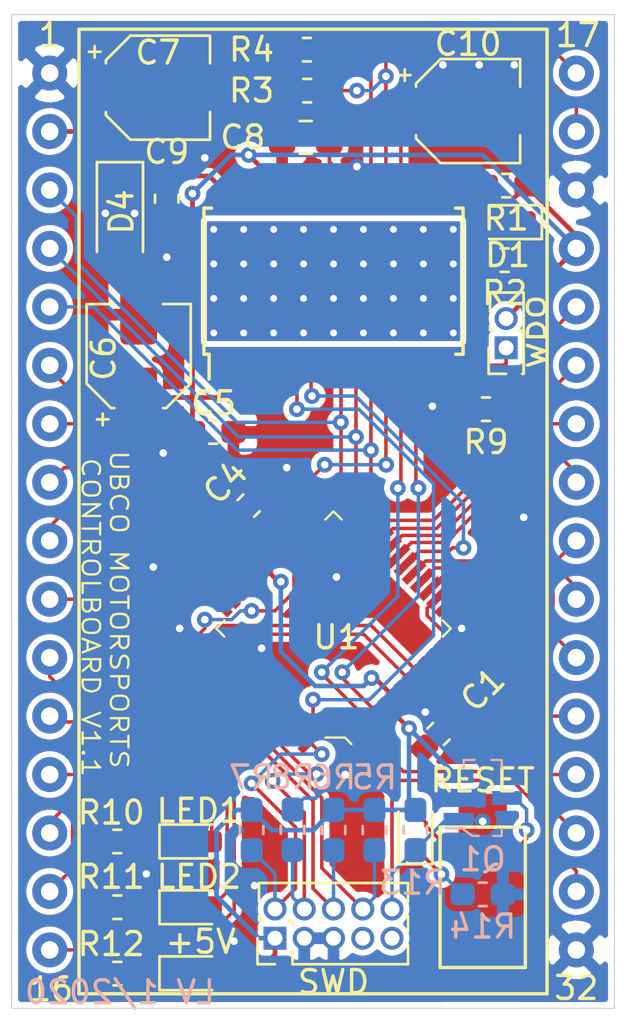
<source format=kicad_pcb>
(kicad_pcb (version 20171130) (host pcbnew "(5.1.4)-1")
  (layers (0 F.Cu signal) (31 B.Cu signal) (36 B.SilkS user) (37 F.SilkS user) (38 B.Mask user) (39 F.Mask user) (44 Edge.Cuts user))
  (net 0 "")
  (net 1 +5V)
  (net 2 GND)
  (net 3 +12V)
  (net 4 SPLIT)
  (net 5 "Net-(C10-Pad1)")
  (net 6 "Net-(D1-Pad1)")
  (net 7 CANH)
  (net 8 CANL)
  (net 9 MOSI)
  (net 10 MISO)
  (net 11 SCK)
  (net 12 SCSN)
  (net 13 I2C_SDA)
  (net 14 I2C_SCL)
  (net 15 PTA0)
  (net 16 PTA1)
  (net 17 PTA2)
  (net 18 PTA3)
  (net 19 PTA11)
  (net 20 PTB4)
  (net 21 PTB5)
  (net 22 PTC1)
  (net 23 PTC2)
  (net 24 PTC3)
  (net 25 PTC14)
  (net 26 PTC15)
  (net 27 PTC16)
  (net 28 PTD0)
  (net 29 PTD1)
  (net 30 PTD2)
  (net 31 PTD3)
  (net 32 PTD16)
  (net 33 SWDIO)
  (net 34 SWDCLK)
  (net 35 SWO)
  (net 36 TDI)
  (net 37 RESET)
  (net 38 LIMP)
  (net 39 WD_OFF)
  (net 40 CAN_RX)
  (net 41 CAN_TX)
  (net 42 SBC_INTN)
  (net 43 PTA7)
  (net 44 PTA12)
  (net 45 "Net-(D2-Pad1)")
  (net 46 PTA13)
  (net 47 "Net-(D3-Pad1)")
  (net 48 PTB13)
  (net 49 "Net-(D5-Pad1)")
  (net 50 "Net-(D6-Pad2)")
  (net 51 "Net-(D6-Pad1)")
  (module Lukas_Library:Breadboard_Center_32pin (layer F.Cu) (at 119.634 76.2)
    (fp_text reference J1 hide)
    (fp_text value "Main Header")
    (pad 32 thru_hole circle (at 22.86 38.1) (size 1.524 1.524) (drill 0.762) (layers *.Cu *.Mask) (net 2 GND))
    (pad 31 thru_hole circle (at 22.86 35.56) (size 1.524 1.524) (drill 0.762) (layers *.Cu *.Mask) (net 29 PTD1))
    (pad 30 thru_hole circle (at 22.86 33.02) (size 1.524 1.524) (drill 0.762) (layers *.Cu *.Mask) (net 28 PTD0))
    (pad 29 thru_hole circle (at 22.86 30.48) (size 1.524 1.524) (drill 0.762) (layers *.Cu *.Mask) (net 32 PTD16))
    (pad 28 thru_hole circle (at 22.86 27.94) (size 1.524 1.524) (drill 0.762) (layers *.Cu *.Mask) (net 21 PTB5))
    (pad 27 thru_hole circle (at 22.86 25.4) (size 1.524 1.524) (drill 0.762) (layers *.Cu *.Mask) (net 20 PTB4))
    (pad 26 thru_hole circle (at 22.86 22.86) (size 1.524 1.524) (drill 0.762) (layers *.Cu *.Mask) (net 24 PTC3))
    (pad 25 thru_hole circle (at 22.86 20.32) (size 1.524 1.524) (drill 0.762) (layers *.Cu *.Mask) (net 23 PTC2))
    (pad 24 thru_hole circle (at 22.86 17.78) (size 1.524 1.524) (drill 0.762) (layers *.Cu *.Mask) (net 22 PTC1))
    (pad 23 thru_hole circle (at 22.86 15.24) (size 1.524 1.524) (drill 0.762) (layers *.Cu *.Mask) (net 27 PTC16))
    (pad 22 thru_hole circle (at 22.86 12.7) (size 1.524 1.524) (drill 0.762) (layers *.Cu *.Mask) (net 26 PTC15))
    (pad 21 thru_hole circle (at 22.86 10.16) (size 1.524 1.524) (drill 0.762) (layers *.Cu *.Mask) (net 25 PTC14))
    (pad 20 thru_hole circle (at 22.86 7.62) (size 1.524 1.524) (drill 0.762) (layers *.Cu *.Mask) (net 1 +5V))
    (pad 19 thru_hole circle (at 22.86 5.08) (size 1.524 1.524) (drill 0.762) (layers *.Cu *.Mask) (net 2 GND))
    (pad 18 thru_hole circle (at 22.86 2.54) (size 1.524 1.524) (drill 0.762) (layers *.Cu *.Mask) (net 7 CANH))
    (pad 17 thru_hole circle (at 22.86 0) (size 1.524 1.524) (drill 0.762) (layers *.Cu *.Mask) (net 8 CANL))
    (pad 16 thru_hole circle (at 0 38.1) (size 1.524 1.524) (drill 0.762) (layers *.Cu *.Mask) (net 19 PTA11))
    (pad 15 thru_hole circle (at 0 35.56) (size 1.524 1.524) (drill 0.762) (layers *.Cu *.Mask) (net 15 PTA0))
    (pad 14 thru_hole circle (at 0 33.02) (size 1.524 1.524) (drill 0.762) (layers *.Cu *.Mask) (net 16 PTA1))
    (pad 13 thru_hole circle (at 0 30.48) (size 1.524 1.524) (drill 0.762) (layers *.Cu *.Mask) (net 14 I2C_SCL))
    (pad 12 thru_hole circle (at 0 27.94) (size 1.524 1.524) (drill 0.762) (layers *.Cu *.Mask) (net 13 I2C_SDA))
    (pad 11 thru_hole circle (at 0 25.4) (size 1.524 1.524) (drill 0.762) (layers *.Cu *.Mask) (net 43 PTA7))
    (pad 10 thru_hole circle (at 0 22.86) (size 1.524 1.524) (drill 0.762) (layers *.Cu *.Mask) (net 17 PTA2))
    (pad 9 thru_hole circle (at 0 20.32) (size 1.524 1.524) (drill 0.762) (layers *.Cu *.Mask) (net 18 PTA3))
    (pad 8 thru_hole circle (at 0 17.78) (size 1.524 1.524) (drill 0.762) (layers *.Cu *.Mask) (net 30 PTD2))
    (pad 7 thru_hole circle (at 0 15.24) (size 1.524 1.524) (drill 0.762) (layers *.Cu *.Mask) (net 31 PTD3))
    (pad 6 thru_hole circle (at 0 12.7) (size 1.524 1.524) (drill 0.762) (layers *.Cu *.Mask) (net 48 PTB13))
    (pad 5 thru_hole circle (at 0 10.16) (size 1.524 1.524) (drill 0.762) (layers *.Cu *.Mask) (net 11 SCK))
    (pad 4 thru_hole circle (at 0 7.62) (size 1.524 1.524) (drill 0.762) (layers *.Cu *.Mask) (net 10 MISO))
    (pad 3 thru_hole circle (at 0 5.08) (size 1.524 1.524) (drill 0.762) (layers *.Cu *.Mask) (net 9 MOSI))
    (pad 2 thru_hole circle (at 0 2.54) (size 1.524 1.524) (drill 0.762) (layers *.Cu *.Mask) (net 3 +12V))
    (pad 1 thru_hole circle (at 0 0) (size 1.524 1.524) (drill 0.762) (layers *.Cu *.Mask) (net 2 GND))
  )
  (module "Lukas_Library:PTS636 SK25F SMTR LFS" (layer F.Cu) (at 138.43 112.014 270)
    (fp_text reference S1 hide)
    (fp_text value RESET)
    (pad 1 smd rect (at -3.3 0 270) (size 2.4 2.1) (layers F.Cu F.Paste F.Mask) (net 37 RESET))
    (pad 2 smd rect (at 3.3 0 270) (size 2.4 2.1) (layers F.Cu F.Paste F.Mask) (net 2 GND))
  )
  (module Resistor_SMD:R_0603_1608Metric_Pad1.05x0.95mm_HandSolder (layer B.Cu) (at 138.43 111.887)
    (fp_text reference R14 (at 0 1.397) (layer B.SilkS) (effects (justify mirror)))
    (fp_text value 220)
    (pad 2 smd roundrect (at 0.875 0) (size 1.05 0.95) (layers B.Cu B.Paste B.Mask) (net 2 GND))
    (pad 1 smd roundrect (at -0.875 0) (size 1.05 0.95) (layers B.Cu B.Paste B.Mask) (net 51 "Net-(D6-Pad1)"))
  )
  (module digikey-footprints:SOT-23-3 (layer B.Cu) (at 138.43 107.696)
    (fp_text reference Q1 (at 0 2.667) (layer B.SilkS) (effects (justify mirror)))
    (fp_text value BSS84)
    (pad 1 smd rect (at -1.05 0.95) (size 1.3 0.6) (layers B.Cu B.Paste B.Mask) (net 37 RESET))
    (pad 2 smd rect (at -1.05 -0.95) (size 1.3 0.6) (layers B.Cu B.Paste B.Mask) (net 1 +5V))
    (pad 3 smd rect (at 1.05 0) (size 1.3 0.6) (layers B.Cu B.Paste B.Mask) (net 50 "Net-(D6-Pad2)"))
  )
  (module LED_SMD:LED_0603_1608Metric (layer F.Cu) (at 135.509 109.093 90)
    (fp_text reference D6 hide)
    (fp_text value LEDR)
    (pad 2 smd roundrect (at 0.7875 0 90) (size 0.875 0.95) (layers F.Cu F.Paste F.Mask) (net 50 "Net-(D6-Pad2)"))
    (pad 1 smd roundrect (at -0.7875 0 90) (size 0.875 0.95) (layers F.Cu F.Paste F.Mask) (net 51 "Net-(D6-Pad1)"))
  )
  (module LED_SMD:LED_0603_1608Metric (layer F.Cu) (at 125.8825 115.316)
    (fp_text reference D5 hide)
    (fp_text value LEDG)
    (pad 2 smd roundrect (at 0.7875 0) (size 0.875 0.95) (layers F.Cu F.Paste F.Mask) (net 1 +5V))
    (pad 1 smd roundrect (at -0.7875 0) (size 0.875 0.95) (layers F.Cu F.Paste F.Mask) (net 49 "Net-(D5-Pad1)"))
  )
  (module LED_SMD:LED_0603_1608Metric (layer F.Cu) (at 125.8825 112.4458)
    (fp_text reference D3 hide)
    (fp_text value LEDG)
    (pad 2 smd roundrect (at 0.7875 0) (size 0.875 0.95) (layers F.Cu F.Paste F.Mask) (net 44 PTA12))
    (pad 1 smd roundrect (at -0.7875 0) (size 0.875 0.95) (layers F.Cu F.Paste F.Mask) (net 47 "Net-(D3-Pad1)"))
  )
  (module LED_SMD:LED_0603_1608Metric (layer F.Cu) (at 125.8825 109.5883)
    (fp_text reference D2 hide)
    (fp_text value LEDG)
    (pad 2 smd roundrect (at 0.7875 0) (size 0.875 0.95) (layers F.Cu F.Paste F.Mask) (net 46 PTA13))
    (pad 1 smd roundrect (at -0.7875 0) (size 0.875 0.95) (layers F.Cu F.Paste F.Mask) (net 45 "Net-(D2-Pad1)"))
  )
  (module LED_SMD:LED_0603_1608Metric (layer F.Cu) (at 139.5095 82.677 180)
    (fp_text reference D1 (at 0 -1.43) (layer F.SilkS))
    (fp_text value LEDR)
    (pad 2 smd roundrect (at 0.7875 0 180) (size 0.875 0.95) (layers F.Cu F.Paste F.Mask) (net 1 +5V))
    (pad 1 smd roundrect (at -0.7875 0 180) (size 0.875 0.95) (layers F.Cu F.Paste F.Mask) (net 6 "Net-(D1-Pad1)"))
  )
  (module Resistor_SMD:R_0603_1608Metric_Pad1.05x0.95mm_HandSolder (layer B.Cu) (at 135.509 109.093 270)
    (fp_text reference R13 (at 2.286 0.127) (layer B.SilkS) (effects (justify mirror)))
    (fp_text value 10k)
    (pad 2 smd roundrect (at 0.875 0 270) (size 1.05 0.95) (layers B.Cu B.Paste B.Mask) (net 37 RESET))
    (pad 1 smd roundrect (at -0.875 0 270) (size 1.05 0.95) (layers B.Cu B.Paste B.Mask) (net 1 +5V))
  )
  (module Resistor_SMD:R_0603_1608Metric_Pad1.05x0.95mm_HandSolder (layer F.Cu) (at 122.569 115.330299)
    (fp_text reference R12 (at -0.268 -1.284299) (layer F.SilkS))
    (fp_text value 220)
    (pad 2 smd roundrect (at 0.875 0) (size 1.05 0.95) (layers F.Cu F.Paste F.Mask) (net 49 "Net-(D5-Pad1)"))
    (pad 1 smd roundrect (at -0.875 0) (size 1.05 0.95) (layers F.Cu F.Paste F.Mask) (net 2 GND))
  )
  (module Resistor_SMD:R_0603_1608Metric_Pad1.05x0.95mm_HandSolder (layer F.Cu) (at 122.569 112.4458)
    (fp_text reference R11 (at -0.268 -1.3208) (layer F.SilkS))
    (fp_text value 220)
    (pad 2 smd roundrect (at 0.875 0) (size 1.05 0.95) (layers F.Cu F.Paste F.Mask) (net 47 "Net-(D3-Pad1)"))
    (pad 1 smd roundrect (at -0.875 0) (size 1.05 0.95) (layers F.Cu F.Paste F.Mask) (net 2 GND))
  )
  (module Resistor_SMD:R_0603_1608Metric_Pad1.05x0.95mm_HandSolder (layer F.Cu) (at 122.569 109.5883)
    (fp_text reference R10 (at -0.268 -1.2573) (layer F.SilkS))
    (fp_text value 220)
    (pad 2 smd roundrect (at 0.875 0) (size 1.05 0.95) (layers F.Cu F.Paste F.Mask) (net 45 "Net-(D2-Pad1)"))
    (pad 1 smd roundrect (at -0.875 0) (size 1.05 0.95) (layers F.Cu F.Paste F.Mask) (net 2 GND))
  )
  (module Resistor_SMD:R_0603_1608Metric_Pad1.05x0.95mm_HandSolder (layer F.Cu) (at 138.571 90.805 180)
    (fp_text reference R9 (at 0 -1.43) (layer F.SilkS))
    (fp_text value 1.3k)
    (pad 2 smd roundrect (at 0.875 0 180) (size 1.05 0.95) (layers F.Cu F.Paste F.Mask) (net 2 GND))
    (pad 1 smd roundrect (at -0.875 0 180) (size 1.05 0.95) (layers F.Cu F.Paste F.Mask) (net 39 WD_OFF))
  )
  (module Resistor_SMD:R_0603_1608Metric_Pad1.05x0.95mm_HandSolder (layer B.Cu) (at 130.175 109.079 90)
    (fp_text reference R8 (at 2.272 0 180) (layer B.SilkS) (effects (justify mirror)))
    (fp_text value 10k)
    (pad 2 smd roundrect (at 0.875 0 90) (size 1.05 0.95) (layers B.Cu B.Paste B.Mask) (net 2 GND))
    (pad 1 smd roundrect (at -0.875 0 90) (size 1.05 0.95) (layers B.Cu B.Paste B.Mask) (net 34 SWDCLK))
  )
  (module Resistor_SMD:R_0603_1608Metric_Pad1.05x0.95mm_HandSolder (layer B.Cu) (at 128.397 109.093 270)
    (fp_text reference R7 (at -2.286 0) (layer B.SilkS) (effects (justify mirror)))
    (fp_text value 10k)
    (pad 2 smd roundrect (at 0.875 0 270) (size 1.05 0.95) (layers B.Cu B.Paste B.Mask) (net 33 SWDIO))
    (pad 1 smd roundrect (at -0.875 0 270) (size 1.05 0.95) (layers B.Cu B.Paste B.Mask) (net 1 +5V))
  )
  (module Resistor_SMD:R_0603_1608Metric_Pad1.05x0.95mm_HandSolder (layer B.Cu) (at 131.953 109.093 270)
    (fp_text reference R6 (at -2.286 0 180) (layer B.SilkS) (effects (justify mirror)))
    (fp_text value 10k)
    (pad 2 smd roundrect (at 0.875 0 270) (size 1.05 0.95) (layers B.Cu B.Paste B.Mask) (net 35 SWO))
    (pad 1 smd roundrect (at -0.875 0 270) (size 1.05 0.95) (layers B.Cu B.Paste B.Mask) (net 1 +5V))
  )
  (module Resistor_SMD:R_0603_1608Metric_Pad1.05x0.95mm_HandSolder (layer B.Cu) (at 133.731 109.093 270)
    (fp_text reference R5 (at -2.286 0 180) (layer B.SilkS) (effects (justify mirror)))
    (fp_text value 10k)
    (pad 2 smd roundrect (at 0.875 0 270) (size 1.05 0.95) (layers B.Cu B.Paste B.Mask) (net 36 TDI))
    (pad 1 smd roundrect (at -0.875 0 270) (size 1.05 0.95) (layers B.Cu B.Paste B.Mask) (net 1 +5V))
  )
  (module Resistor_SMD:R_0603_1608Metric_Pad1.05x0.95mm_HandSolder (layer F.Cu) (at 130.796 75.184)
    (fp_text reference R4 (at -2.399 0) (layer F.SilkS))
    (fp_text value 1.3k)
    (pad 2 smd roundrect (at 0.875 0) (size 1.05 0.95) (layers F.Cu F.Paste F.Mask) (net 8 CANL))
    (pad 1 smd roundrect (at -0.875 0) (size 1.05 0.95) (layers F.Cu F.Paste F.Mask) (net 4 SPLIT))
  )
  (module Resistor_SMD:R_0603_1608Metric_Pad1.05x0.95mm_HandSolder (layer F.Cu) (at 130.81 76.962)
    (fp_text reference R3 (at -2.413 0) (layer F.SilkS))
    (fp_text value 1.3k)
    (pad 2 smd roundrect (at 0.875 0) (size 1.05 0.95) (layers F.Cu F.Paste F.Mask) (net 7 CANH))
    (pad 1 smd roundrect (at -0.875 0) (size 1.05 0.95) (layers F.Cu F.Paste F.Mask) (net 4 SPLIT))
  )
  (module Resistor_SMD:R_0603_1608Metric_Pad1.05x0.95mm_HandSolder (layer F.Cu) (at 139.384 84.328 180)
    (fp_text reference R2 (at 0 -1.43) (layer F.SilkS))
    (fp_text value 220)
    (pad 2 smd roundrect (at 0.875 0 180) (size 1.05 0.95) (layers F.Cu F.Paste F.Mask) (net 38 LIMP))
    (pad 1 smd roundrect (at -0.875 0 180) (size 1.05 0.95) (layers F.Cu F.Paste F.Mask) (net 6 "Net-(D1-Pad1)"))
  )
  (module Resistor_SMD:R_0603_1608Metric_Pad1.05x0.95mm_HandSolder (layer F.Cu) (at 139.4475 81.0895 180)
    (fp_text reference R1 (at 0 -1.43) (layer F.SilkS))
    (fp_text value 10k)
    (pad 2 smd roundrect (at 0.875 0 180) (size 1.05 0.95) (layers F.Cu F.Paste F.Mask) (net 38 LIMP))
    (pad 1 smd roundrect (at -0.875 0 180) (size 1.05 0.95) (layers F.Cu F.Paste F.Mask) (net 1 +5V))
  )
  (module Capacitor_SMD:C_0603_1608Metric_Pad1.05x0.95mm_HandSolder (layer F.Cu) (at 124.714 81.661 90)
    (fp_text reference C9 (at 2.032 0 180) (layer F.SilkS))
    (fp_text value 100n)
    (pad 2 smd roundrect (at 0.875 0 90) (size 1.05 0.95) (layers F.Cu F.Paste F.Mask) (net 3 +12V))
    (pad 1 smd roundrect (at -0.875 0 90) (size 1.05 0.95) (layers F.Cu F.Paste F.Mask) (net 2 GND))
  )
  (module Capacitor_SMD:C_0603_1608Metric_Pad1.05x0.95mm_HandSolder (layer F.Cu) (at 126.732 91.7956 180)
    (fp_text reference C5 (at -0.014 1.2446) (layer F.SilkS))
    (fp_text value 100n)
    (pad 2 smd roundrect (at 0.875 0 180) (size 1.05 0.95) (layers F.Cu F.Paste F.Mask) (net 1 +5V))
    (pad 1 smd roundrect (at -0.875 0 180) (size 1.05 0.95) (layers F.Cu F.Paste F.Mask) (net 2 GND))
  )
  (module Capacitor_SMD:C_0603_1608Metric_Pad1.05x0.95mm_HandSolder (layer F.Cu) (at 128.27 94.996 45)
    (fp_text reference C4 (at 0 -1.43 45) (layer F.SilkS))
    (fp_text value 100n)
    (pad 2 smd roundrect (at 0.875 0 45) (size 1.05 0.95) (layers F.Cu F.Paste F.Mask) (net 2 GND))
    (pad 1 smd roundrect (at -0.875 0 45) (size 1.05 0.95) (layers F.Cu F.Paste F.Mask) (net 1 +5V))
  )
  (module Capacitor_SMD:C_0603_1608Metric_Pad1.05x0.95mm_HandSolder (layer F.Cu) (at 136.508718 104.918282 225)
    (fp_text reference C1 (at -2.717103 0 45) (layer F.SilkS))
    (fp_text value 100n)
    (pad 2 smd roundrect (at 0.875 0 225) (size 1.05 0.95) (layers F.Cu F.Paste F.Mask) (net 1 +5V))
    (pad 1 smd roundrect (at -0.875 0 225) (size 1.05 0.95) (layers F.Cu F.Paste F.Mask) (net 2 GND))
  )
  (module Capacitor_SMD:CP_Elec_4x5.4 (layer F.Cu) (at 137.795 77.851)
    (fp_text reference C10 (at 0 -2.921) (layer F.SilkS))
    (fp_text value 10u)
    (pad 2 smd roundrect (at 1.8 0) (size 2.6 1.6) (layers F.Cu F.Paste F.Mask) (roundrect_rratio 0.15625) (net 2 GND))
    (pad 1 smd roundrect (at -1.8 0) (size 2.6 1.6) (layers F.Cu F.Paste F.Mask) (roundrect_rratio 0.15625) (net 5 "Net-(C10-Pad1)"))
  )
  (module Connector_PinHeader_1.27mm:PinHeader_2x01_P1.27mm_Vertical (layer F.Cu) (at 139.446 88.138 90)
    (fp_text reference J3 hide)
    (fp_text value WD_Disable)
    (pad 2 thru_hole oval (at 1.27 0 90) (size 1 1) (drill 0.65) (layers *.Cu *.Mask) (net 1 +5V))
    (pad 1 thru_hole rect (at 0 0 90) (size 1 1) (drill 0.65) (layers *.Cu *.Mask) (net 39 WD_OFF))
  )
  (module Package_SO:HTSSOP-32-1EP_6.1x11mm_P0.65mm_EP5.2x11mm_Mask4.11x4.36mm_ThermalVias (layer F.Cu) (at 131.953 85.2424 90)
    (fp_text reference U2 hide)
    (fp_text value UJA1075A)
    (pad 33 smd rect (at 0 0 90) (size 5.2 11) (layers B.Cu))
    (pad 33 thru_hole circle (at 0.75 5.2 90) (size 0.6 0.6) (drill 0.3) (layers *.Cu))
    (pad 33 thru_hole circle (at 2.25 5.2 90) (size 0.6 0.6) (drill 0.3) (layers *.Cu))
    (pad 33 thru_hole circle (at -2.25 5.2 90) (size 0.6 0.6) (drill 0.3) (layers *.Cu))
    (pad 33 thru_hole circle (at -0.75 5.2 90) (size 0.6 0.6) (drill 0.3) (layers *.Cu))
    (pad 33 thru_hole circle (at 0.75 3.9 90) (size 0.6 0.6) (drill 0.3) (layers *.Cu))
    (pad 33 thru_hole circle (at 0.75 2.6 90) (size 0.6 0.6) (drill 0.3) (layers *.Cu))
    (pad 33 thru_hole circle (at -0.75 2.6 90) (size 0.6 0.6) (drill 0.3) (layers *.Cu))
    (pad 33 thru_hole circle (at -2.25 2.6 90) (size 0.6 0.6) (drill 0.3) (layers *.Cu))
    (pad 33 thru_hole circle (at -0.75 3.9 90) (size 0.6 0.6) (drill 0.3) (layers *.Cu))
    (pad 33 thru_hole circle (at 2.25 3.9 90) (size 0.6 0.6) (drill 0.3) (layers *.Cu))
    (pad 33 thru_hole circle (at -2.25 3.9 90) (size 0.6 0.6) (drill 0.3) (layers *.Cu))
    (pad 33 thru_hole circle (at 2.25 2.6 90) (size 0.6 0.6) (drill 0.3) (layers *.Cu))
    (pad 33 thru_hole circle (at 0.75 1.3 90) (size 0.6 0.6) (drill 0.3) (layers *.Cu))
    (pad 33 thru_hole circle (at 0.75 0 90) (size 0.6 0.6) (drill 0.3) (layers *.Cu))
    (pad 33 thru_hole circle (at -0.75 0 90) (size 0.6 0.6) (drill 0.3) (layers *.Cu))
    (pad 33 thru_hole circle (at -2.25 0 90) (size 0.6 0.6) (drill 0.3) (layers *.Cu))
    (pad 33 thru_hole circle (at -0.75 1.3 90) (size 0.6 0.6) (drill 0.3) (layers *.Cu))
    (pad 33 thru_hole circle (at 2.25 1.3 90) (size 0.6 0.6) (drill 0.3) (layers *.Cu))
    (pad 33 thru_hole circle (at -2.25 1.3 90) (size 0.6 0.6) (drill 0.3) (layers *.Cu))
    (pad 33 thru_hole circle (at 2.25 0 90) (size 0.6 0.6) (drill 0.3) (layers *.Cu))
    (pad 33 thru_hole circle (at 0.75 -1.3 90) (size 0.6 0.6) (drill 0.3) (layers *.Cu))
    (pad 33 thru_hole circle (at 0.75 -2.6 90) (size 0.6 0.6) (drill 0.3) (layers *.Cu))
    (pad 33 thru_hole circle (at -0.75 -2.6 90) (size 0.6 0.6) (drill 0.3) (layers *.Cu))
    (pad 33 thru_hole circle (at -2.25 -2.6 90) (size 0.6 0.6) (drill 0.3) (layers *.Cu))
    (pad 33 thru_hole circle (at -0.75 -1.3 90) (size 0.6 0.6) (drill 0.3) (layers *.Cu))
    (pad 33 thru_hole circle (at 2.25 -1.3 90) (size 0.6 0.6) (drill 0.3) (layers *.Cu))
    (pad 33 thru_hole circle (at -2.25 -1.3 90) (size 0.6 0.6) (drill 0.3) (layers *.Cu))
    (pad 33 thru_hole circle (at 2.25 -2.6 90) (size 0.6 0.6) (drill 0.3) (layers *.Cu))
    (pad 33 thru_hole circle (at 2.25 -3.9 90) (size 0.6 0.6) (drill 0.3) (layers *.Cu))
    (pad 33 thru_hole circle (at 0.75 -3.9 90) (size 0.6 0.6) (drill 0.3) (layers *.Cu))
    (pad 33 thru_hole circle (at -0.75 -3.9 90) (size 0.6 0.6) (drill 0.3) (layers *.Cu))
    (pad 33 thru_hole circle (at -2.25 -3.9 90) (size 0.6 0.6) (drill 0.3) (layers *.Cu))
    (pad 33 thru_hole circle (at 2.25 -5.2 90) (size 0.6 0.6) (drill 0.3) (layers *.Cu))
    (pad 33 thru_hole circle (at 0.75 -5.2 90) (size 0.6 0.6) (drill 0.3) (layers *.Cu))
    (pad 33 thru_hole circle (at -0.75 -5.2 90) (size 0.6 0.6) (drill 0.3) (layers *.Cu))
    (pad 33 thru_hole circle (at -2.25 -5.2 90) (size 0.6 0.6) (drill 0.3) (layers *.Cu))
    (pad 33 smd rect (at 0 0 90) (size 5.2 11) (layers F.Cu))
    (pad 32 smd rect (at 3.65 -4.875 90) (size 1.2 0.4) (layers F.Cu F.Paste F.Mask) (net 3 +12V))
    (pad 31 smd rect (at 3.65 -4.225 90) (size 1.2 0.4) (layers F.Cu F.Paste F.Mask))
    (pad 30 smd rect (at 3.65 -3.575 90) (size 1.2 0.4) (layers F.Cu F.Paste F.Mask) (net 2 GND))
    (pad 29 smd rect (at 3.65 -2.925 90) (size 1.2 0.4) (layers F.Cu F.Paste F.Mask) (net 1 +5V))
    (pad 28 smd rect (at 3.65 -2.275 90) (size 1.2 0.4) (layers F.Cu F.Paste F.Mask))
    (pad 27 smd rect (at 3.65 -1.625 90) (size 1.2 0.4) (layers F.Cu F.Paste F.Mask))
    (pad 26 smd rect (at 3.65 -0.975 90) (size 1.2 0.4) (layers F.Cu F.Paste F.Mask))
    (pad 25 smd rect (at 3.65 -0.325 90) (size 1.2 0.4) (layers F.Cu F.Paste F.Mask))
    (pad 24 smd rect (at 3.65 0.325 90) (size 1.2 0.4) (layers F.Cu F.Paste F.Mask) (net 4 SPLIT))
    (pad 23 smd rect (at 3.65 0.975 90) (size 1.2 0.4) (layers F.Cu F.Paste F.Mask) (net 2 GND))
    (pad 22 smd rect (at 3.65 1.625 90) (size 1.2 0.4) (layers F.Cu F.Paste F.Mask) (net 8 CANL))
    (pad 21 smd rect (at 3.65 2.275 90) (size 1.2 0.4) (layers F.Cu F.Paste F.Mask) (net 7 CANH))
    (pad 20 smd rect (at 3.65 2.925 90) (size 1.2 0.4) (layers F.Cu F.Paste F.Mask) (net 5 "Net-(C10-Pad1)"))
    (pad 19 smd rect (at 3.65 3.575 90) (size 1.2 0.4) (layers F.Cu F.Paste F.Mask))
    (pad 18 smd rect (at 3.65 4.225 90) (size 1.2 0.4) (layers F.Cu F.Paste F.Mask))
    (pad 17 smd rect (at 3.65 4.875 90) (size 1.2 0.4) (layers F.Cu F.Paste F.Mask) (net 38 LIMP))
    (pad 16 smd rect (at -3.65 4.875 90) (size 1.2 0.4) (layers F.Cu F.Paste F.Mask) (net 39 WD_OFF))
    (pad 15 smd rect (at -3.65 4.225 90) (size 1.2 0.4) (layers F.Cu F.Paste F.Mask) (net 2 GND))
    (pad 14 smd rect (at -3.65 3.575 90) (size 1.2 0.4) (layers F.Cu F.Paste F.Mask) (net 40 CAN_RX))
    (pad 13 smd rect (at -3.65 2.925 90) (size 1.2 0.4) (layers F.Cu F.Paste F.Mask) (net 41 CAN_TX))
    (pad 12 smd rect (at -3.65 2.275 90) (size 1.2 0.4) (layers F.Cu F.Paste F.Mask) (net 12 SCSN))
    (pad 11 smd rect (at -3.65 1.625 90) (size 1.2 0.4) (layers F.Cu F.Paste F.Mask) (net 11 SCK))
    (pad 10 smd rect (at -3.65 0.975 90) (size 1.2 0.4) (layers F.Cu F.Paste F.Mask) (net 10 MISO))
    (pad 9 smd rect (at -3.65 0.325 90) (size 1.2 0.4) (layers F.Cu F.Paste F.Mask) (net 9 MOSI))
    (pad 8 smd rect (at -3.65 -0.325 90) (size 1.2 0.4) (layers F.Cu F.Paste F.Mask))
    (pad 7 smd rect (at -3.65 -0.975 90) (size 1.2 0.4) (layers F.Cu F.Paste F.Mask) (net 42 SBC_INTN))
    (pad 6 smd rect (at -3.65 -1.625 90) (size 1.2 0.4) (layers F.Cu F.Paste F.Mask) (net 37 RESET))
    (pad 5 smd rect (at -3.65 -2.275 90) (size 1.2 0.4) (layers F.Cu F.Paste F.Mask))
    (pad 4 smd rect (at -3.65 -2.925 90) (size 1.2 0.4) (layers F.Cu F.Paste F.Mask) (net 1 +5V))
    (pad 3 smd rect (at -3.65 -3.575 90) (size 1.2 0.4) (layers F.Cu F.Paste F.Mask))
    (pad 2 smd rect (at -3.65 -4.225 90) (size 1.2 0.4) (layers F.Cu F.Paste F.Mask))
    (pad 1 smd rect (at -3.65 -4.875 90) (size 1.2 0.4) (layers F.Cu F.Paste F.Mask))
  )
  (module Diode_SMD:D_SOD-123 (layer F.Cu) (at 122.682 82.3214 270)
    (fp_text reference D4 (at -0.0889 -0.0635 90) (layer F.SilkS))
    (fp_text value 30v)
    (pad 2 smd rect (at 1.65 0 270) (size 0.9 1.2) (layers F.Cu F.Paste F.Mask) (net 2 GND))
    (pad 1 smd rect (at -1.65 0 270) (size 0.9 1.2) (layers F.Cu F.Paste F.Mask) (net 3 +12V))
  )
  (module Capacitor_SMD:C_0805_2012Metric_Pad1.15x1.40mm_HandSolder (layer F.Cu) (at 130.7465 78.994 180)
    (fp_text reference C8 (at 2.7305 0) (layer F.SilkS))
    (fp_text value 4.7n)
    (pad 2 smd roundrect (at 1.025 0 180) (size 1.15 1.4) (layers F.Cu F.Paste F.Mask) (roundrect_rratio 0.217391) (net 2 GND))
    (pad 1 smd roundrect (at -1.025 0 180) (size 1.15 1.4) (layers F.Cu F.Paste F.Mask) (roundrect_rratio 0.217391) (net 4 SPLIT))
  )
  (module Connector_PinHeader_1.27mm:PinHeader_2x05_P1.27mm_Vertical (layer F.Cu) (at 129.413 113.792 90)
    (fp_text reference J2 hide)
    (fp_text value SWD)
    (pad 10 thru_hole oval (at 1.27 5.08 90) (size 1 1) (drill 0.65) (layers *.Cu *.Mask) (net 37 RESET))
    (pad 9 thru_hole oval (at 0 5.08 90) (size 1 1) (drill 0.65) (layers *.Cu *.Mask))
    (pad 8 thru_hole oval (at 1.27 3.81 90) (size 1 1) (drill 0.65) (layers *.Cu *.Mask) (net 36 TDI))
    (pad 7 thru_hole oval (at 0 3.81 90) (size 1 1) (drill 0.65) (layers *.Cu *.Mask))
    (pad 6 thru_hole oval (at 1.27 2.54 90) (size 1 1) (drill 0.65) (layers *.Cu *.Mask) (net 35 SWO))
    (pad 5 thru_hole oval (at 0 2.54 90) (size 1 1) (drill 0.65) (layers *.Cu *.Mask) (net 2 GND))
    (pad 4 thru_hole oval (at 1.27 1.27 90) (size 1 1) (drill 0.65) (layers *.Cu *.Mask) (net 34 SWDCLK))
    (pad 3 thru_hole oval (at 0 1.27 90) (size 1 1) (drill 0.65) (layers *.Cu *.Mask) (net 2 GND))
    (pad 2 thru_hole oval (at 1.27 0 90) (size 1 1) (drill 0.65) (layers *.Cu *.Mask) (net 33 SWDIO))
    (pad 1 thru_hole rect (at 0 0 90) (size 1 1) (drill 0.65) (layers *.Cu *.Mask) (net 1 +5V))
  )
  (module digikey-footprints:LQFP-48_7x7mm (layer F.Cu) (at 131.953 100.335021 135)
    (fp_text reference U1 (at -0.35921 -0.179605 180) (layer F.SilkS))
    (fp_text value FS32K116)
    (pad 36 smd rect (at 4.2 -2.75 135) (size 1.2 0.35) (layers F.Cu F.Paste F.Mask) (net 17 PTA2))
    (pad 35 smd rect (at 4.2 -2.25 135) (size 1.2 0.35) (layers F.Cu F.Paste F.Mask) (net 18 PTA3))
    (pad 34 smd rect (at 4.2 -1.75 135) (size 1.2 0.35) (layers F.Cu F.Paste F.Mask) (net 30 PTD2))
    (pad 33 smd rect (at 4.2 -1.25 135) (size 1.2 0.35) (layers F.Cu F.Paste F.Mask) (net 31 PTD3))
    (pad 32 smd rect (at 4.2 -0.75 135) (size 1.2 0.35) (layers F.Cu F.Paste F.Mask) (net 48 PTB13))
    (pad 31 smd rect (at 4.2 -0.25 135) (size 1.2 0.35) (layers F.Cu F.Paste F.Mask) (net 1 +5V))
    (pad 30 smd rect (at 4.2 0.25 135) (size 1.2 0.35) (layers F.Cu F.Paste F.Mask) (net 2 GND))
    (pad 29 smd rect (at 4.2 0.75 135) (size 1.2 0.35) (layers F.Cu F.Paste F.Mask) (net 43 PTA7))
    (pad 28 smd rect (at 4.2 1.25 135) (size 1.2 0.35) (layers F.Cu F.Paste F.Mask))
    (pad 27 smd rect (at 4.2 1.75 135) (size 1.2 0.35) (layers F.Cu F.Paste F.Mask))
    (pad 26 smd rect (at 4.2 2.25 135) (size 1.2 0.35) (layers F.Cu F.Paste F.Mask) (net 12 SCSN))
    (pad 25 smd rect (at 4.2 2.75 135) (size 1.2 0.35) (layers F.Cu F.Paste F.Mask) (net 9 MOSI))
    (pad 24 smd rect (at 2.75 4.2 135) (size 0.35 1.2) (layers F.Cu F.Paste F.Mask) (net 11 SCK))
    (pad 23 smd rect (at 2.25 4.2 135) (size 0.35 1.2) (layers F.Cu F.Paste F.Mask) (net 10 MISO))
    (pad 22 smd rect (at 1.75 4.2 135) (size 0.35 1.2) (layers F.Cu F.Paste F.Mask) (net 25 PTC14))
    (pad 21 smd rect (at 1.25 4.2 135) (size 0.35 1.2) (layers F.Cu F.Paste F.Mask) (net 26 PTC15))
    (pad 20 smd rect (at 0.75 4.2 135) (size 0.35 1.2) (layers F.Cu F.Paste F.Mask) (net 27 PTC16))
    (pad 19 smd rect (at 0.25 4.2 135) (size 0.35 1.2) (layers F.Cu F.Paste F.Mask) (net 22 PTC1))
    (pad 18 smd rect (at -0.25 4.2 135) (size 0.35 1.2) (layers F.Cu F.Paste F.Mask) (net 42 SBC_INTN))
    (pad 17 smd rect (at -0.75 4.2 135) (size 0.35 1.2) (layers F.Cu F.Paste F.Mask) (net 23 PTC2))
    (pad 16 smd rect (at -1.25 4.2 135) (size 0.35 1.2) (layers F.Cu F.Paste F.Mask) (net 24 PTC3))
    (pad 15 smd rect (at -1.75 4.2 135) (size 0.35 1.2) (layers F.Cu F.Paste F.Mask) (net 20 PTB4))
    (pad 14 smd rect (at -2.25 4.2 135) (size 0.35 1.2) (layers F.Cu F.Paste F.Mask) (net 21 PTB5))
    (pad 13 smd rect (at -2.75 4.2 135) (size 0.35 1.2) (layers F.Cu F.Paste F.Mask))
    (pad 37 smd rect (at 2.75 -4.2 135) (size 0.35 1.2) (layers F.Cu F.Paste F.Mask) (net 16 PTA1))
    (pad 38 smd rect (at 2.25 -4.2 135) (size 0.35 1.2) (layers F.Cu F.Paste F.Mask) (net 15 PTA0))
    (pad 39 smd rect (at 1.75 -4.2 135) (size 0.35 1.2) (layers F.Cu F.Paste F.Mask))
    (pad 40 smd rect (at 1.25 -4.2 135) (size 0.35 1.2) (layers F.Cu F.Paste F.Mask))
    (pad 41 smd rect (at 0.75 -4.2 135) (size 0.35 1.2) (layers F.Cu F.Paste F.Mask) (net 46 PTA13))
    (pad 12 smd rect (at -4.2 2.75 135) (size 1.2 0.35) (layers F.Cu F.Paste F.Mask))
    (pad 11 smd rect (at -4.2 2.25 135) (size 1.2 0.35) (layers F.Cu F.Paste F.Mask))
    (pad 10 smd rect (at -4.2 1.75 135) (size 1.2 0.35) (layers F.Cu F.Paste F.Mask) (net 32 PTD16))
    (pad 9 smd rect (at -4.2 1.25 135) (size 1.2 0.35) (layers F.Cu F.Paste F.Mask) (net 13 I2C_SDA))
    (pad 8 smd rect (at -4.2 0.75 135) (size 1.2 0.35) (layers F.Cu F.Paste F.Mask) (net 14 I2C_SCL))
    (pad 48 smd rect (at -2.75 -4.2 135) (size 0.35 1.2) (layers F.Cu F.Paste F.Mask) (net 33 SWDIO))
    (pad 47 smd rect (at -2.25 -4.2 135) (size 0.35 1.2) (layers F.Cu F.Paste F.Mask) (net 37 RESET))
    (pad 46 smd rect (at -1.75 -4.2 135) (size 0.35 1.2) (layers F.Cu F.Paste F.Mask) (net 34 SWDCLK))
    (pad 45 smd rect (at -1.25 -4.2 135) (size 0.35 1.2) (layers F.Cu F.Paste F.Mask) (net 36 TDI))
    (pad 44 smd rect (at -0.75 -4.2 135) (size 0.35 1.2) (layers F.Cu F.Paste F.Mask) (net 35 SWO))
    (pad 1 smd rect (at -4.2 -2.75 135) (size 1.2 0.35) (layers F.Cu F.Paste F.Mask) (net 29 PTD1))
    (pad 2 smd rect (at -4.2 -2.25 135) (size 1.2 0.35) (layers F.Cu F.Paste F.Mask) (net 28 PTD0))
    (pad 3 smd rect (at -4.2 -1.75 135) (size 1.2 0.35) (layers F.Cu F.Paste F.Mask) (net 41 CAN_TX))
    (pad 4 smd rect (at -4.2 -1.25 135) (size 1.2 0.35) (layers F.Cu F.Paste F.Mask) (net 40 CAN_RX))
    (pad 5 smd rect (at -4.2 -0.75 135) (size 1.2 0.35) (layers F.Cu F.Paste F.Mask) (net 1 +5V))
    (pad 43 smd rect (at -0.25 -4.2 135) (size 0.35 1.2) (layers F.Cu F.Paste F.Mask) (net 19 PTA11))
    (pad 42 smd rect (at 0.25 -4.2 135) (size 0.35 1.2) (layers F.Cu F.Paste F.Mask) (net 44 PTA12))
    (pad 6 smd rect (at -4.2 -0.25 135) (size 1.2 0.35) (layers F.Cu F.Paste F.Mask) (net 1 +5V))
    (pad 7 smd rect (at -4.2 0.25 135) (size 1.2 0.35) (layers F.Cu F.Paste F.Mask) (net 2 GND))
  )
  (module Capacitor_SMD:CP_Elec_4x5.4 (layer F.Cu) (at 123.4948 88.497 90)
    (fp_text reference C6 (at -0.0982 -1.524 90) (layer F.SilkS))
    (fp_text value 10u)
    (pad 2 smd roundrect (at 1.8 0 90) (size 2.6 1.6) (layers F.Cu F.Paste F.Mask) (roundrect_rratio 0.15625) (net 2 GND))
    (pad 1 smd roundrect (at -1.8 0 90) (size 2.6 1.6) (layers F.Cu F.Paste F.Mask) (roundrect_rratio 0.15625) (net 1 +5V))
  )
  (module Capacitor_SMD:CP_Elec_4x5.4 (layer F.Cu) (at 124.333 76.835)
    (fp_text reference C7 (at 0 -1.524) (layer F.SilkS))
    (fp_text value 10u)
    (pad 2 smd roundrect (at 1.8 0) (size 2.6 1.6) (layers F.Cu F.Paste F.Mask) (roundrect_rratio 0.15625) (net 2 GND))
    (pad 1 smd roundrect (at -1.8 0) (size 2.6 1.6) (layers F.Cu F.Paste F.Mask) (roundrect_rratio 0.15625) (net 3 +12V))
  )
  (gr_text WDO (at 140.7795 87.4395 90) (layer F.SilkS) (effects (font (size 0.75 1))))
  (gr_text +5V (at 126.1872 113.9444) (layer F.SilkS) (effects (font (size 1 1))))
  (gr_text "LV 1/2020" (at 122.682 116.1415) (layer B.SilkS) (effects (font (size 1 1)) (justify mirror)))
  (gr_text "UBCO MOTORSPORTS \nCONTROLBOARD V1.1" (at 122.0216 99.8474 270) (layer F.SilkS) (effects (font (size 0.762 0.889) (thickness 0.1016))))
  (gr_text 32 (at 142.494 115.951) (layer F.SilkS) (effects (font (size 1 1))))
  (gr_text 16 (at 119.6975 116.0145) (layer F.SilkS) (effects (font (size 1 1))))
  (gr_text 17 (at 142.5575 74.549) (layer F.SilkS) (effects (font (size 1 1))))
  (gr_text 1 (at 119.634 74.549) (layer F.SilkS) (effects (font (size 1 1))))
  (gr_text LED2 (at 126.111 111.125) (layer F.SilkS) (effects (font (size 1 1))))
  (gr_text LED1 (at 126.111 108.2548) (layer F.SilkS) (effects (font (size 1 1))))
  (gr_text RESET (at 138.43 106.934) (layer F.SilkS) (effects (font (size 1 1))))
  (gr_text SWD (at 131.953 115.697) (layer F.SilkS) (effects (font (size 1 1))))
  (gr_line (start 117.983 116.84) (end 117.983 73.66) (layer Edge.Cuts) (width 0.05))
  (gr_line (start 144.145 116.84) (end 117.983 116.84) (layer Edge.Cuts) (width 0.05))
  (gr_line (start 144.145 73.66) (end 144.145 116.84) (layer Edge.Cuts) (width 0.05))
  (gr_line (start 117.983 73.66) (end 144.145 73.66) (layer Edge.Cuts) (width 0.05))
  (segment (start 142.494 83.82) (end 140.0785 81.4045) (width 0.2032) (layer B.Cu) (net 1))
  (segment (start 139.446 86.868) (end 142.494 83.82) (width 0.2032) (layer F.Cu) (net 1))
  (segment (start 134.392518 103.8352) (end 134.746072 103.481646) (width 0.2032) (layer F.Cu) (net 1))
  (segment (start 124.3948 90.297) (end 123.4948 90.297) (width 0.2032) (layer F.Cu) (net 1))
  (segment (start 128.806375 97.487525) (end 128.806375 97.541949) (width 0.2032) (layer F.Cu) (net 1))
  (segment (start 127.267025 95.948175) (end 128.806375 97.487525) (width 0.2032) (layer F.Cu) (net 1))
  (via (at 128.27 79.756) (size 0.6858) (drill 0.3302) (layers F.Cu B.Cu) (net 1))
  (segment (start 129.028 80.514) (end 129.028 81.5924) (width 0.2032) (layer F.Cu) (net 1))
  (segment (start 128.27 79.756) (end 129.028 80.514) (width 0.2032) (layer F.Cu) (net 1))
  (segment (start 129.562426 98.298) (end 129.667 98.298) (width 0.2032) (layer F.Cu) (net 1))
  (via (at 129.667 98.298) (size 0.6858) (drill 0.3302) (layers F.Cu B.Cu) (net 1))
  (segment (start 128.806375 97.541949) (end 129.562426 98.298) (width 0.2032) (layer F.Cu) (net 1))
  (segment (start 131.158487 102.831901) (end 133.261099 102.831901) (width 0.2032) (layer B.Cu) (net 1))
  (via (at 133.604 102.489) (size 0.6858) (drill 0.3302) (layers F.Cu B.Cu) (net 1))
  (segment (start 133.261099 102.831901) (end 133.604 102.489) (width 0.2032) (layer B.Cu) (net 1))
  (segment (start 129.667 101.340414) (end 131.158487 102.831901) (width 0.2032) (layer B.Cu) (net 1))
  (segment (start 129.667 98.298) (end 129.667 101.340414) (width 0.2032) (layer B.Cu) (net 1))
  (segment (start 133.753426 102.489) (end 134.746072 103.481646) (width 0.2032) (layer F.Cu) (net 1))
  (segment (start 133.604 102.489) (end 133.753426 102.489) (width 0.2032) (layer F.Cu) (net 1))
  (segment (start 125.984 94.66515) (end 127.267025 95.948175) (width 0.2032) (layer F.Cu) (net 1))
  (via (at 125.8316 81.4324) (size 0.6858) (drill 0.3302) (layers F.Cu B.Cu) (net 1))
  (segment (start 128.27 79.756) (end 127.508 79.756) (width 0.2032) (layer B.Cu) (net 1))
  (segment (start 127.508 79.756) (end 126.174499 81.089501) (width 0.2032) (layer B.Cu) (net 1))
  (segment (start 126.174499 81.089501) (end 125.8316 81.4324) (width 0.2032) (layer B.Cu) (net 1))
  (segment (start 125.8316 81.917333) (end 125.8316 81.4324) (width 0.2032) (layer F.Cu) (net 1))
  (segment (start 123.4948 90.297) (end 125.8316 90.297) (width 0.2032) (layer F.Cu) (net 1))
  (segment (start 125.8316 91.7956) (end 125.8316 90.297) (width 0.2032) (layer F.Cu) (net 1))
  (segment (start 129.028 89.6956) (end 129.028 88.8924) (width 0.2032) (layer F.Cu) (net 1))
  (segment (start 128.4266 90.297) (end 129.028 89.6956) (width 0.2032) (layer F.Cu) (net 1))
  (segment (start 125.8316 90.297) (end 128.4266 90.297) (width 0.2032) (layer F.Cu) (net 1))
  (segment (start 125.8316 90.297) (end 125.8316 81.4324) (width 0.2032) (layer F.Cu) (net 1))
  (segment (start 125.8316 94.51275) (end 127.267025 95.948175) (width 0.2032) (layer F.Cu) (net 1))
  (segment (start 125.8316 91.7956) (end 125.8316 94.51275) (width 0.2032) (layer F.Cu) (net 1))
  (segment (start 138.43 79.756) (end 142.494 83.82) (width 0.2032) (layer B.Cu) (net 1))
  (segment (start 128.27 79.756) (end 138.43 79.756) (width 0.2032) (layer B.Cu) (net 1))
  (segment (start 138.735 82.677) (end 138.722 82.677) (width 0.2032) (layer F.Cu) (net 1))
  (segment (start 140.3225 81.0895) (end 138.735 82.677) (width 0.2032) (layer F.Cu) (net 1))
  (segment (start 142.494 83.261) (end 142.494 83.82) (width 0.2032) (layer F.Cu) (net 1))
  (segment (start 140.3225 81.0895) (end 142.494 83.261) (width 0.2032) (layer F.Cu) (net 1))
  (segment (start 135.89 105.332682) (end 135.89 105.537) (width 0.2032) (layer F.Cu) (net 1))
  (segment (start 134.392518 103.8352) (end 135.230159 104.672841) (width 0.2032) (layer F.Cu) (net 1))
  (segment (start 135.230159 104.672841) (end 135.89 105.332682) (width 0.2032) (layer F.Cu) (net 1))
  (via (at 135.230159 104.672841) (size 0.6858) (drill 0.3302) (layers F.Cu B.Cu) (net 1))
  (segment (start 135.509 108.218) (end 133.731 108.218) (width 0.2032) (layer B.Cu) (net 1))
  (segment (start 133.731 108.218) (end 131.953 108.218) (width 0.2032) (layer B.Cu) (net 1))
  (segment (start 129.413 114.4952) (end 129.413 113.792) (width 0.2032) (layer F.Cu) (net 1))
  (segment (start 128.5922 115.316) (end 129.413 114.4952) (width 0.2032) (layer F.Cu) (net 1))
  (segment (start 126.67 115.316) (end 128.5922 115.316) (width 0.2032) (layer F.Cu) (net 1))
  (segment (start 126.873 111.9552) (end 128.7098 113.792) (width 0.2032) (layer B.Cu) (net 1))
  (segment (start 128.7098 113.792) (end 129.413 113.792) (width 0.2032) (layer B.Cu) (net 1))
  (segment (start 126.873 109.093) (end 126.873 111.9552) (width 0.2032) (layer B.Cu) (net 1))
  (segment (start 127.748 108.218) (end 126.873 109.093) (width 0.2032) (layer B.Cu) (net 1))
  (segment (start 128.397 108.218) (end 127.748 108.218) (width 0.2032) (layer B.Cu) (net 1))
  (segment (start 128.896072 108.717072) (end 128.397 108.218) (width 0.2032) (layer B.Cu) (net 1))
  (segment (start 129.272 109.093) (end 128.896072 108.717072) (width 0.2032) (layer B.Cu) (net 1))
  (segment (start 131.078 109.093) (end 129.272 109.093) (width 0.2032) (layer B.Cu) (net 1))
  (segment (start 131.953 108.218) (end 131.078 109.093) (width 0.2032) (layer B.Cu) (net 1))
  (segment (start 135.230159 107.939159) (end 135.509 108.218) (width 0.2032) (layer B.Cu) (net 1))
  (segment (start 135.230159 104.672841) (end 135.230159 107.939159) (width 0.2032) (layer B.Cu) (net 1))
  (segment (start 137.303318 106.746) (end 137.38 106.746) (width 0.2032) (layer B.Cu) (net 1))
  (segment (start 135.230159 104.672841) (end 137.303318 106.746) (width 0.2032) (layer B.Cu) (net 1))
  (via (at 136.2456 90.678) (size 0.6858) (drill 0.3302) (layers F.Cu B.Cu) (net 2))
  (segment (start 136.178 90.644) (end 136.144 90.678) (width 0.1524) (layer F.Cu) (net 2))
  (segment (start 136.178 88.8924) (end 136.178 90.644) (width 0.1524) (layer F.Cu) (net 2))
  (via (at 129.921 93.345) (size 0.6858) (drill 0.3302) (layers F.Cu B.Cu) (net 2))
  (via (at 132.08 98.0948) (size 0.6858) (drill 0.3302) (layers F.Cu B.Cu) (net 2))
  (via (at 128.8288 101.1936) (size 0.6858) (drill 0.3302) (layers F.Cu B.Cu) (net 2))
  (via (at 140.208 95.504) (size 0.6858) (drill 0.3302) (layers F.Cu B.Cu) (net 2))
  (via (at 137.5156 100.33) (size 0.6858) (drill 0.3302) (layers F.Cu B.Cu) (net 2))
  (via (at 124.1298 97.663) (size 0.6858) (drill 0.3302) (layers F.Cu B.Cu) (net 2))
  (via (at 125.2728 100.33) (size 0.6858) (drill 0.3302) (layers F.Cu B.Cu) (net 2))
  (via (at 123.825 110.998) (size 0.6858) (drill 0.3302) (layers F.Cu B.Cu) (net 2))
  (via (at 124.5616 92.71) (size 0.6858) (drill 0.3302) (layers F.Cu B.Cu) (net 2))
  (via (at 136.7028 75.8444) (size 0.6858) (drill 0.3302) (layers F.Cu B.Cu) (net 2))
  (via (at 138.2776 75.8444) (size 0.6858) (drill 0.3302) (layers F.Cu B.Cu) (net 2))
  (via (at 139.8016 75.8444) (size 0.6858) (drill 0.3302) (layers F.Cu B.Cu) (net 2))
  (via (at 124.714 84.201) (size 0.6858) (drill 0.3302) (layers F.Cu B.Cu) (net 2))
  (segment (start 128.664954 95.998046) (end 128.888718 95.774282) (width 0.1524) (layer F.Cu) (net 2))
  (segment (start 128.888718 95.774282) (end 128.888718 94.377282) (width 0.1524) (layer F.Cu) (net 2))
  (segment (start 128.664954 96.693422) (end 128.664954 95.998046) (width 0.1524) (layer F.Cu) (net 2))
  (segment (start 129.159928 97.188396) (end 128.664954 96.693422) (width 0.1524) (layer F.Cu) (net 2))
  (segment (start 128.378 81.5924) (end 128.378 81.007) (width 0.1524) (layer F.Cu) (net 2))
  (via (at 126.365 79.883) (size 0.6858) (drill 0.3302) (layers F.Cu B.Cu) (net 2))
  (segment (start 127.421 79.883) (end 126.365 79.883) (width 0.1524) (layer F.Cu) (net 2))
  (segment (start 128.378 80.84) (end 127.421 79.883) (width 0.1524) (layer F.Cu) (net 2))
  (segment (start 128.378 81.5924) (end 128.378 80.84) (width 0.1524) (layer F.Cu) (net 2))
  (segment (start 126.365 79.883) (end 126.619 79.883) (width 0.1524) (layer F.Cu) (net 2))
  (via (at 132.969 80.264) (size 0.6858) (drill 0.3302) (layers F.Cu B.Cu) (net 2))
  (segment (start 132.928 80.305) (end 132.969 80.264) (width 0.1524) (layer F.Cu) (net 2))
  (segment (start 132.928 81.5924) (end 132.928 80.305) (width 0.1524) (layer F.Cu) (net 2))
  (via (at 122.047 82.296) (size 0.6858) (drill 0.3302) (layers F.Cu B.Cu) (net 2))
  (via (at 123.317 82.296) (size 0.6858) (drill 0.3302) (layers F.Cu B.Cu) (net 2))
  (segment (start 136.271096 104.299564) (end 137.127436 104.299564) (width 0.1524) (layer F.Cu) (net 2))
  (segment (start 135.099625 103.128093) (end 135.937266 103.965734) (width 0.1524) (layer F.Cu) (net 2))
  (segment (start 135.937266 103.965734) (end 136.271096 104.299564) (width 0.1524) (layer F.Cu) (net 2))
  (via (at 135.937266 103.965734) (size 0.6858) (drill 0.3302) (layers F.Cu B.Cu) (net 2))
  (segment (start 127.254 78.994) (end 129.7215 78.994) (width 0.1524) (layer F.Cu) (net 2))
  (segment (start 126.365 79.883) (end 127.254 78.994) (width 0.1524) (layer F.Cu) (net 2))
  (via (at 132.461 106.68) (size 0.6858) (drill 0.3302) (layers F.Cu B.Cu) (net 2))
  (segment (start 131.182072 107.704928) (end 132.334 106.553) (width 0.1524) (layer B.Cu) (net 2))
  (segment (start 130.674072 107.704928) (end 131.182072 107.704928) (width 0.1524) (layer B.Cu) (net 2))
  (segment (start 130.175 108.204) (end 130.674072 107.704928) (width 0.1524) (layer B.Cu) (net 2))
  (via (at 127.635 113.919) (size 0.6858) (drill 0.3302) (layers F.Cu B.Cu) (net 2))
  (via (at 128.524 111.506) (size 0.6858) (drill 0.3302) (layers F.Cu B.Cu) (net 2))
  (segment (start 127.078 81.1924) (end 127.078 81.5924) (width 0.2032) (layer F.Cu) (net 3))
  (segment (start 126.557 80.6714) (end 127.078 81.1924) (width 0.2032) (layer F.Cu) (net 3))
  (segment (start 122.682 80.6714) (end 126.557 80.6714) (width 0.2032) (layer F.Cu) (net 3))
  (segment (start 122.682 80.6714) (end 124.6988 80.6714) (width 0.2032) (layer F.Cu) (net 3))
  (segment (start 121.528 78.74) (end 121.1326 78.74) (width 0.2032) (layer F.Cu) (net 3))
  (segment (start 122.533 77.735) (end 121.528 78.74) (width 0.2032) (layer F.Cu) (net 3))
  (segment (start 122.533 76.835) (end 122.533 77.735) (width 0.2032) (layer F.Cu) (net 3))
  (segment (start 119.634 78.74) (end 121.1326 78.74) (width 0.2032) (layer F.Cu) (net 3))
  (segment (start 121.1326 78.74) (end 121.4038 78.74) (width 0.2032) (layer F.Cu) (net 3))
  (segment (start 121.4038 78.74) (end 122.682 80.0182) (width 0.2032) (layer F.Cu) (net 3))
  (segment (start 122.682 80.0182) (end 122.682 80.6714) (width 0.2032) (layer F.Cu) (net 3))
  (segment (start 129.921 76.948) (end 129.935 76.962) (width 0.1524) (layer F.Cu) (net 4))
  (segment (start 129.921 75.184) (end 129.921 76.948) (width 0.1524) (layer F.Cu) (net 4))
  (segment (start 131.7715 78.7985) (end 131.7715 78.994) (width 0.1524) (layer F.Cu) (net 4))
  (segment (start 129.935 76.962) (end 131.7715 78.7985) (width 0.1524) (layer F.Cu) (net 4))
  (segment (start 131.7715 80.048) (end 131.7715 78.994) (width 0.1524) (layer F.Cu) (net 4))
  (segment (start 132.278 80.5545) (end 131.7715 80.048) (width 0.1524) (layer F.Cu) (net 4))
  (segment (start 132.278 81.5924) (end 132.278 80.5545) (width 0.1524) (layer F.Cu) (net 4))
  (segment (start 134.878 78.968) (end 135.995 77.851) (width 0.1524) (layer F.Cu) (net 5))
  (segment (start 134.878 81.5924) (end 134.878 78.968) (width 0.1524) (layer F.Cu) (net 5))
  (segment (start 140.2595 84.1525) (end 140.084 84.328) (width 0.1524) (layer F.Cu) (net 6))
  (segment (start 140.2595 82.677) (end 140.2595 84.1525) (width 0.1524) (layer F.Cu) (net 6))
  (segment (start 134.228 80.84) (end 134.228 81.5924) (width 0.1524) (layer F.Cu) (net 7))
  (segment (start 134.228 75.576) (end 134.228 76.338) (width 0.1524) (layer F.Cu) (net 7))
  (segment (start 142.494 77.66237) (end 139.88863 75.057) (width 0.1524) (layer F.Cu) (net 7))
  (segment (start 134.747 75.057) (end 134.228 75.576) (width 0.1524) (layer F.Cu) (net 7))
  (segment (start 139.88863 75.057) (end 134.747 75.057) (width 0.1524) (layer F.Cu) (net 7))
  (segment (start 142.494 78.74) (end 142.494 77.66237) (width 0.1524) (layer F.Cu) (net 7))
  (segment (start 134.228 76.338) (end 134.228 80.84) (width 0.1524) (layer F.Cu) (net 7))
  (via (at 134.228 76.338) (size 0.6858) (drill 0.3302) (layers F.Cu B.Cu) (net 7))
  (segment (start 134.228 76.338) (end 133.604002 76.961998) (width 0.1524) (layer B.Cu) (net 7))
  (via (at 132.969 76.962) (size 0.6858) (drill 0.3302) (layers F.Cu B.Cu) (net 7))
  (segment (start 132.969002 76.961998) (end 132.969 76.962) (width 0.1524) (layer B.Cu) (net 7))
  (segment (start 133.604002 76.961998) (end 132.969002 76.961998) (width 0.1524) (layer B.Cu) (net 7))
  (segment (start 132.969 76.962) (end 131.685 76.962) (width 0.1524) (layer F.Cu) (net 7))
  (segment (start 133.578 80.84) (end 133.578 81.5924) (width 0.1524) (layer F.Cu) (net 8))
  (segment (start 140.97 74.676) (end 134.62 74.676) (width 0.1524) (layer F.Cu) (net 8))
  (segment (start 142.494 76.2) (end 140.97 74.676) (width 0.1524) (layer F.Cu) (net 8))
  (segment (start 133.578 75.718) (end 133.578 80.84) (width 0.1524) (layer F.Cu) (net 8))
  (segment (start 133.604 75.692) (end 133.9215 75.3745) (width 0.1524) (layer F.Cu) (net 8))
  (segment (start 133.9215 75.3745) (end 133.578 75.718) (width 0.1524) (layer F.Cu) (net 8))
  (segment (start 133.604 75.692) (end 134.52475 74.77125) (width 0.1524) (layer F.Cu) (net 8))
  (segment (start 134.52475 74.77125) (end 133.9215 75.3745) (width 0.1524) (layer F.Cu) (net 8))
  (segment (start 134.62 74.676) (end 134.52475 74.77125) (width 0.1524) (layer F.Cu) (net 8))
  (segment (start 132.205 75.718) (end 131.671 75.184) (width 0.1524) (layer F.Cu) (net 8))
  (segment (start 133.578 75.718) (end 132.205 75.718) (width 0.1524) (layer F.Cu) (net 8))
  (segment (start 132.278 94.070324) (end 132.278 90.734) (width 0.1524) (layer F.Cu) (net 9))
  (segment (start 130.927695 95.420629) (end 132.278 94.070324) (width 0.1524) (layer F.Cu) (net 9))
  (segment (start 132.278 90.734) (end 132.278 88.8924) (width 0.1524) (layer F.Cu) (net 9))
  (via (at 132.2705 91.3765) (size 0.6858) (drill 0.3302) (layers F.Cu B.Cu) (net 9))
  (segment (start 120.777 82.423) (end 119.634 81.28) (width 0.1524) (layer B.Cu) (net 9))
  (segment (start 120.777 84.3915) (end 120.777 82.423) (width 0.1524) (layer B.Cu) (net 9))
  (segment (start 127.762 91.3765) (end 120.777 84.3915) (width 0.1524) (layer B.Cu) (net 9))
  (segment (start 132.2705 91.3765) (end 127.762 91.3765) (width 0.1524) (layer B.Cu) (net 9))
  (segment (start 132.928 89.6448) (end 132.928 88.8924) (width 0.1524) (layer F.Cu) (net 10))
  (segment (start 132.928 94.3385) (end 132.928 91.5445) (width 0.1524) (layer F.Cu) (net 10))
  (segment (start 132.654998 96.269156) (end 131.953 95.567158) (width 0.1524) (layer F.Cu) (net 10))
  (segment (start 131.953 95.567158) (end 131.953 95.3135) (width 0.1524) (layer F.Cu) (net 10))
  (segment (start 133.331858 95.774182) (end 132.836884 96.269156) (width 0.1524) (layer F.Cu) (net 10))
  (segment (start 132.836884 96.269156) (end 132.654998 96.269156) (width 0.1524) (layer F.Cu) (net 10))
  (segment (start 131.953 95.3135) (end 132.928 94.3385) (width 0.1524) (layer F.Cu) (net 10))
  (segment (start 132.928 91.5445) (end 132.928 89.6448) (width 0.1524) (layer F.Cu) (net 10))
  (via (at 132.928 92.0115) (size 0.6858) (drill 0.3302) (layers F.Cu B.Cu) (net 10))
  (segment (start 127.8255 92.0115) (end 119.634 83.82) (width 0.1524) (layer B.Cu) (net 10))
  (segment (start 132.928 92.0115) (end 127.8255 92.0115) (width 0.1524) (layer B.Cu) (net 10))
  (segment (start 133.578 94.820934) (end 133.578 92.2915) (width 0.1524) (layer F.Cu) (net 11))
  (segment (start 132.978305 95.420629) (end 133.578 94.820934) (width 0.1524) (layer F.Cu) (net 11))
  (segment (start 133.578 92.2915) (end 133.578 88.8924) (width 0.1524) (layer F.Cu) (net 11))
  (via (at 133.578 92.583) (size 0.6858) (drill 0.3302) (layers F.Cu B.Cu) (net 11))
  (segment (start 121.539 86.36) (end 119.634 86.36) (width 0.1524) (layer B.Cu) (net 11))
  (segment (start 127.762 92.583) (end 121.539 86.36) (width 0.1524) (layer B.Cu) (net 11))
  (segment (start 133.578 92.583) (end 127.762 92.583) (width 0.1524) (layer B.Cu) (net 11))
  (segment (start 134.228 88.8924) (end 134.228 93.207) (width 0.1524) (layer F.Cu) (net 12))
  (via (at 134.239 93.218) (size 0.6858) (drill 0.3302) (layers F.Cu B.Cu) (net 12))
  (segment (start 134.228 93.207) (end 134.239 93.218) (width 0.1524) (layer F.Cu) (net 12))
  (via (at 131.572 93.218) (size 0.6858) (drill 0.3302) (layers F.Cu B.Cu) (net 12))
  (segment (start 131.229101 93.560899) (end 131.572 93.218) (width 0.1524) (layer F.Cu) (net 12))
  (segment (start 130.079168 94.710832) (end 131.229101 93.560899) (width 0.1524) (layer F.Cu) (net 12))
  (segment (start 130.079168 95.279208) (end 130.079168 94.710832) (width 0.1524) (layer F.Cu) (net 12))
  (segment (start 130.574142 95.774182) (end 130.079168 95.279208) (width 0.1524) (layer F.Cu) (net 12))
  (segment (start 134.239 93.218) (end 131.572 93.218) (width 0.1524) (layer B.Cu) (net 12))
  (segment (start 119.888 104.394) (end 119.634 104.14) (width 0.1524) (layer F.Cu) (net 13))
  (segment (start 122.809 104.394) (end 119.888 104.394) (width 0.1524) (layer F.Cu) (net 13))
  (segment (start 127 100.203) (end 122.809 104.394) (width 0.1524) (layer F.Cu) (net 13))
  (segment (start 133.588746 100.203) (end 127 100.203) (width 0.1524) (layer F.Cu) (net 13))
  (segment (start 135.806732 102.420986) (end 133.588746 100.203) (width 0.1524) (layer F.Cu) (net 13))
  (segment (start 121.031 106.68) (end 119.634 106.68) (width 0.1524) (layer F.Cu) (net 14))
  (segment (start 127.127292 100.583708) (end 121.031 106.68) (width 0.1524) (layer F.Cu) (net 14))
  (segment (start 133.262348 100.583708) (end 127.127292 100.583708) (width 0.1524) (layer F.Cu) (net 14))
  (segment (start 135.453179 102.774539) (end 133.262348 100.583708) (width 0.1524) (layer F.Cu) (net 14))
  (segment (start 120.624601 110.769399) (end 120.395999 110.998001) (width 0.1524) (layer F.Cu) (net 15))
  (segment (start 120.395999 110.998001) (end 119.634 111.76) (width 0.1524) (layer F.Cu) (net 15))
  (segment (start 127.392161 101.713879) (end 120.624601 108.481439) (width 0.1524) (layer F.Cu) (net 15))
  (segment (start 120.624601 108.481439) (end 120.624601 110.769399) (width 0.1524) (layer F.Cu) (net 15))
  (segment (start 119.634 109.22) (end 119.634 108.764934) (width 0.1524) (layer F.Cu) (net 16))
  (segment (start 119.634 108.764934) (end 126.543634 101.8553) (width 0.1524) (layer F.Cu) (net 16))
  (segment (start 126.543634 101.8553) (end 127.038608 101.360326) (width 0.1524) (layer F.Cu) (net 16))
  (segment (start 126.788892 99.06) (end 119.634 99.06) (width 0.1524) (layer F.Cu) (net 17))
  (segment (start 127.038608 99.309716) (end 126.788892 99.06) (width 0.1524) (layer F.Cu) (net 17))
  (segment (start 119.634 95.9104) (end 119.634 96.52) (width 0.1524) (layer F.Cu) (net 18))
  (segment (start 122.568398 94.1324) (end 121.412 94.1324) (width 0.1524) (layer F.Cu) (net 18))
  (segment (start 121.412 94.1324) (end 119.634 95.9104) (width 0.1524) (layer F.Cu) (net 18))
  (segment (start 127.392161 98.956163) (end 122.568398 94.1324) (width 0.1524) (layer F.Cu) (net 18))
  (segment (start 125.923464 114.3) (end 120.71163 114.3) (width 0.1524) (layer F.Cu) (net 19))
  (segment (start 127.64092 112.582544) (end 125.923464 114.3) (width 0.1524) (layer F.Cu) (net 19))
  (segment (start 120.71163 114.3) (end 119.634 114.3) (width 0.1524) (layer F.Cu) (net 19))
  (segment (start 127.64092 105.000654) (end 127.64092 112.582544) (width 0.1524) (layer F.Cu) (net 19))
  (segment (start 129.159928 103.481646) (end 127.64092 105.000654) (width 0.1524) (layer F.Cu) (net 19))
  (segment (start 141.478 100.584) (end 142.494 101.6) (width 0.1524) (layer F.Cu) (net 20))
  (segment (start 141.478 98.4504) (end 141.478 100.584) (width 0.1524) (layer F.Cu) (net 20))
  (segment (start 141.135235 98.107635) (end 141.478 98.4504) (width 0.1524) (layer F.Cu) (net 20))
  (segment (start 136.655259 98.107635) (end 141.135235 98.107635) (width 0.1524) (layer F.Cu) (net 20))
  (segment (start 136.160285 98.602609) (end 136.655259 98.107635) (width 0.1524) (layer F.Cu) (net 20))
  (segment (start 140.3858 104.14) (end 141.41637 104.14) (width 0.1524) (layer F.Cu) (net 21))
  (segment (start 136.018865 99.773065) (end 140.3858 104.14) (width 0.1524) (layer F.Cu) (net 21))
  (segment (start 141.41637 104.14) (end 142.494 104.14) (width 0.1524) (layer F.Cu) (net 21))
  (segment (start 136.018865 99.451137) (end 136.018865 99.773065) (width 0.1524) (layer F.Cu) (net 21))
  (segment (start 136.513839 98.956163) (end 136.018865 99.451137) (width 0.1524) (layer F.Cu) (net 21))
  (segment (start 135.241046 96.693422) (end 134.746072 97.188396) (width 0.1524) (layer F.Cu) (net 22))
  (segment (start 135.338533 96.595935) (end 135.241046 96.693422) (width 0.1524) (layer F.Cu) (net 22))
  (segment (start 140.3858 93.0402) (end 136.830065 96.595935) (width 0.1524) (layer F.Cu) (net 22))
  (segment (start 136.830065 96.595935) (end 135.338533 96.595935) (width 0.1524) (layer F.Cu) (net 22))
  (segment (start 141.9606 93.0402) (end 140.3858 93.0402) (width 0.1524) (layer F.Cu) (net 22))
  (segment (start 142.494 93.5736) (end 141.9606 93.0402) (width 0.1524) (layer F.Cu) (net 22))
  (segment (start 142.494 93.98) (end 142.494 93.5736) (width 0.1524) (layer F.Cu) (net 22))
  (segment (start 135.948153 97.400529) (end 135.453179 97.895503) (width 0.1524) (layer F.Cu) (net 23))
  (segment (start 141.613471 97.400529) (end 135.948153 97.400529) (width 0.1524) (layer F.Cu) (net 23))
  (segment (start 142.494 96.52) (end 141.613471 97.400529) (width 0.1524) (layer F.Cu) (net 23))
  (segment (start 141.647339 97.705339) (end 136.350449 97.705339) (width 0.1524) (layer F.Cu) (net 24))
  (segment (start 136.301706 97.754082) (end 135.806732 98.249056) (width 0.1524) (layer F.Cu) (net 24))
  (segment (start 142.494 98.552) (end 141.647339 97.705339) (width 0.1524) (layer F.Cu) (net 24))
  (segment (start 136.350449 97.705339) (end 136.301706 97.754082) (width 0.1524) (layer F.Cu) (net 24))
  (segment (start 142.494 99.06) (end 142.494 98.552) (width 0.1524) (layer F.Cu) (net 24))
  (segment (start 136.30272 95.632762) (end 134.180386 95.632762) (width 0.1524) (layer F.Cu) (net 25))
  (segment (start 141.224 90.711482) (end 136.30272 95.632762) (width 0.1524) (layer F.Cu) (net 25))
  (segment (start 141.224 87.63) (end 141.224 90.711482) (width 0.1524) (layer F.Cu) (net 25))
  (segment (start 134.180386 95.632762) (end 133.685412 96.127736) (width 0.1524) (layer F.Cu) (net 25))
  (segment (start 142.494 86.36) (end 141.224 87.63) (width 0.1524) (layer F.Cu) (net 25))
  (segment (start 134.533939 95.986315) (end 134.038965 96.481289) (width 0.1524) (layer F.Cu) (net 26))
  (segment (start 136.423685 95.986315) (end 134.533939 95.986315) (width 0.1524) (layer F.Cu) (net 26))
  (segment (start 141.605 89.789) (end 141.605 90.805) (width 0.1524) (layer F.Cu) (net 26))
  (segment (start 141.605 90.805) (end 136.423685 95.986315) (width 0.1524) (layer F.Cu) (net 26))
  (segment (start 142.494 88.9) (end 141.605 89.789) (width 0.1524) (layer F.Cu) (net 26))
  (segment (start 134.936235 96.291125) (end 134.887492 96.339868) (width 0.1524) (layer F.Cu) (net 27))
  (segment (start 136.626875 96.291125) (end 134.936235 96.291125) (width 0.1524) (layer F.Cu) (net 27))
  (segment (start 134.887492 96.339868) (end 134.392518 96.834842) (width 0.1524) (layer F.Cu) (net 27))
  (segment (start 141.478 91.44) (end 136.626875 96.291125) (width 0.1524) (layer F.Cu) (net 27))
  (segment (start 142.494 91.44) (end 141.478 91.44) (width 0.1524) (layer F.Cu) (net 27))
  (segment (start 141.732001 108.458001) (end 142.494 109.22) (width 0.1524) (layer F.Cu) (net 28))
  (segment (start 134.988998 106.553) (end 139.827 106.553) (width 0.1524) (layer F.Cu) (net 28))
  (segment (start 139.827 106.553) (end 141.732001 108.458001) (width 0.1524) (layer F.Cu) (net 28))
  (segment (start 133.331858 104.89586) (end 134.988998 106.553) (width 0.1524) (layer F.Cu) (net 28))
  (segment (start 142.494 110.871) (end 142.494 111.76) (width 0.1524) (layer F.Cu) (net 29))
  (segment (start 132.978305 105.249413) (end 134.662892 106.934) (width 0.1524) (layer F.Cu) (net 29))
  (segment (start 141.351 109.728) (end 142.494 110.871) (width 0.1524) (layer F.Cu) (net 29))
  (segment (start 141.351 108.585) (end 141.351 109.728) (width 0.1524) (layer F.Cu) (net 29))
  (segment (start 139.7 106.934) (end 141.351 108.585) (width 0.1524) (layer F.Cu) (net 29))
  (segment (start 134.662892 106.934) (end 139.7 106.934) (width 0.1524) (layer F.Cu) (net 29))
  (segment (start 120.269 93.345) (end 119.634 93.98) (width 0.1524) (layer F.Cu) (net 30))
  (segment (start 127.745715 98.602609) (end 127.250741 98.107635) (width 0.1524) (layer F.Cu) (net 30))
  (segment (start 127.745715 98.602609) (end 122.488106 93.345) (width 0.1524) (layer F.Cu) (net 30))
  (segment (start 122.488106 93.345) (end 121.285 93.345) (width 0.1524) (layer F.Cu) (net 30))
  (segment (start 121.285 93.345) (end 120.269 93.345) (width 0.1524) (layer F.Cu) (net 30))
  (segment (start 121.92 93.345) (end 121.285 93.345) (width 0.1524) (layer F.Cu) (net 30))
  (segment (start 121.290212 91.44) (end 119.634 91.44) (width 0.1524) (layer F.Cu) (net 31))
  (segment (start 128.099268 98.249056) (end 121.290212 91.44) (width 0.1524) (layer F.Cu) (net 31))
  (segment (start 140.772852 106.68) (end 142.494 106.68) (width 0.1524) (layer F.Cu) (net 32))
  (segment (start 136.160285 102.067433) (end 140.772852 106.68) (width 0.1524) (layer F.Cu) (net 32))
  (via (at 131.445 105.791) (size 0.6858) (drill 0.3302) (layers F.Cu B.Cu) (net 33))
  (segment (start 130.927695 105.273695) (end 131.445 105.791) (width 0.1524) (layer F.Cu) (net 33))
  (segment (start 130.927695 105.249413) (end 130.927695 105.273695) (width 0.1524) (layer F.Cu) (net 33))
  (segment (start 129.413 110.984) (end 128.397 109.968) (width 0.1524) (layer B.Cu) (net 33))
  (segment (start 129.413 112.522) (end 129.413 110.984) (width 0.1524) (layer B.Cu) (net 33))
  (via (at 128.397 107.061) (size 0.6858) (drill 0.3302) (layers F.Cu B.Cu) (net 33))
  (segment (start 129.667 105.791) (end 128.397 107.061) (width 0.1524) (layer B.Cu) (net 33))
  (segment (start 131.445 105.791) (end 129.667 105.791) (width 0.1524) (layer B.Cu) (net 33))
  (segment (start 130.302 108.966) (end 130.302 111.633) (width 0.1524) (layer F.Cu) (net 33))
  (segment (start 130.302 111.633) (end 129.413 112.522) (width 0.1524) (layer F.Cu) (net 33))
  (segment (start 128.397 107.061) (end 130.302 108.966) (width 0.1524) (layer F.Cu) (net 33))
  (segment (start 130.175 112.014) (end 130.683 112.522) (width 0.1524) (layer B.Cu) (net 34))
  (segment (start 130.175 109.954) (end 130.175 112.014) (width 0.1524) (layer B.Cu) (net 34))
  (via (at 131.214112 106.656888) (size 0.6858) (drill 0.3302) (layers F.Cu B.Cu) (net 34))
  (via (at 129.309112 106.957112) (size 0.6858) (drill 0.3302) (layers F.Cu B.Cu) (net 34))
  (segment (start 129.609336 106.656888) (end 129.309112 106.957112) (width 0.1524) (layer B.Cu) (net 34))
  (segment (start 131.214112 106.656888) (end 129.609336 106.656888) (width 0.1524) (layer B.Cu) (net 34))
  (segment (start 130.683 108.331) (end 130.683 112.522) (width 0.1524) (layer F.Cu) (net 34))
  (segment (start 129.309112 106.957112) (end 130.683 108.331) (width 0.1524) (layer F.Cu) (net 34))
  (segment (start 130.913888 106.656888) (end 131.214112 106.656888) (width 0.1524) (layer F.Cu) (net 34))
  (segment (start 129.725614 105.468614) (end 130.913888 106.656888) (width 0.1524) (layer F.Cu) (net 34))
  (segment (start 129.725614 105.03728) (end 129.725614 105.468614) (width 0.1524) (layer F.Cu) (net 34))
  (segment (start 130.220588 104.542306) (end 129.725614 105.03728) (width 0.1524) (layer F.Cu) (net 34))
  (segment (start 131.953 109.968) (end 131.953 112.522) (width 0.1524) (layer B.Cu) (net 35))
  (segment (start 131.064 111.633) (end 131.953 112.522) (width 0.1524) (layer F.Cu) (net 35))
  (segment (start 129.018508 105.777508) (end 131.064 107.823) (width 0.1524) (layer F.Cu) (net 35))
  (segment (start 129.018508 104.330174) (end 129.018508 105.777508) (width 0.1524) (layer F.Cu) (net 35))
  (segment (start 131.064 107.823) (end 131.064 111.633) (width 0.1524) (layer F.Cu) (net 35))
  (segment (start 129.513482 103.8352) (end 129.018508 104.330174) (width 0.1524) (layer F.Cu) (net 35))
  (segment (start 133.731 112.014) (end 133.731 109.968) (width 0.1524) (layer B.Cu) (net 36))
  (segment (start 133.223 112.522) (end 133.731 112.014) (width 0.1524) (layer B.Cu) (net 36))
  (segment (start 131.445 107.696) (end 131.445 110.744) (width 0.1524) (layer F.Cu) (net 36))
  (segment (start 131.445 110.744) (end 133.223 112.522) (width 0.1524) (layer F.Cu) (net 36))
  (segment (start 129.372061 105.623061) (end 131.445 107.696) (width 0.1524) (layer F.Cu) (net 36))
  (segment (start 129.372061 104.683727) (end 129.372061 105.623061) (width 0.1524) (layer F.Cu) (net 36))
  (segment (start 129.867035 104.188753) (end 129.372061 104.683727) (width 0.1524) (layer F.Cu) (net 36))
  (segment (start 131.478444 104.400886) (end 131.069116 104.400886) (width 0.1524) (layer F.Cu) (net 37))
  (segment (start 134.493 107.415442) (end 131.478444 104.400886) (width 0.1524) (layer F.Cu) (net 37))
  (segment (start 134.493 111.76) (end 134.493 107.415442) (width 0.1524) (layer F.Cu) (net 37))
  (via (at 130.3655 90.805) (size 0.6858) (drill 0.3302) (layers F.Cu B.Cu) (net 37))
  (segment (start 130.3655 88.9299) (end 130.328 88.8924) (width 0.1524) (layer F.Cu) (net 37))
  (segment (start 130.3655 90.805) (end 130.3655 88.9299) (width 0.1524) (layer F.Cu) (net 37))
  (segment (start 131.064 104.39577) (end 131.064 103.913733) (width 0.1524) (layer F.Cu) (net 37))
  (segment (start 133.052822 90.805) (end 136.2964 94.048578) (width 0.1524) (layer B.Cu) (net 37))
  (segment (start 130.574142 104.89586) (end 131.069116 104.400886) (width 0.1524) (layer F.Cu) (net 37))
  (via (at 131.064 103.4288) (size 0.6858) (drill 0.3302) (layers F.Cu B.Cu) (net 37))
  (segment (start 131.069116 104.400886) (end 131.064 104.39577) (width 0.1524) (layer F.Cu) (net 37))
  (segment (start 131.064 103.913733) (end 131.064 103.4288) (width 0.1524) (layer F.Cu) (net 37))
  (segment (start 130.3655 90.805) (end 133.052822 90.805) (width 0.1524) (layer B.Cu) (net 37))
  (segment (start 131.548933 103.4288) (end 131.064 103.4288) (width 0.1524) (layer B.Cu) (net 37))
  (segment (start 136.2964 94.048578) (end 136.2964 100.642422) (width 0.1524) (layer B.Cu) (net 37))
  (segment (start 136.2964 100.642422) (end 133.510022 103.4288) (width 0.1524) (layer B.Cu) (net 37))
  (segment (start 133.510022 103.4288) (end 131.548933 103.4288) (width 0.1524) (layer B.Cu) (net 37))
  (segment (start 134.493 111.76) (end 134.493 112.522) (width 0.1524) (layer F.Cu) (net 37))
  (segment (start 134.493 110.984) (end 135.509 109.968) (width 0.1524) (layer B.Cu) (net 37))
  (segment (start 134.493 112.522) (end 134.493 110.984) (width 0.1524) (layer B.Cu) (net 37))
  (segment (start 136.323 109.154) (end 135.509 109.968) (width 0.1524) (layer B.Cu) (net 37))
  (via (at 138.43 108.714) (size 0.6858) (drill 0.3302) (layers F.Cu B.Cu) (net 37))
  (segment (start 138.362 108.646) (end 138.43 108.714) (width 0.1524) (layer B.Cu) (net 37))
  (segment (start 137.38 108.646) (end 138.362 108.646) (width 0.1524) (layer B.Cu) (net 37))
  (segment (start 136.831 108.646) (end 137.38 108.646) (width 0.1524) (layer B.Cu) (net 37))
  (segment (start 135.509 109.968) (end 136.831 108.646) (width 0.1524) (layer B.Cu) (net 37))
  (segment (start 138.7475 81.1895) (end 138.130899 81.806101) (width 0.1524) (layer F.Cu) (net 38))
  (segment (start 138.7475 81.0895) (end 138.7475 81.1895) (width 0.1524) (layer F.Cu) (net 38))
  (segment (start 138.684 83.7756) (end 138.684 84.328) (width 0.1524) (layer F.Cu) (net 38))
  (segment (start 137.922 83.0136) (end 138.684 83.7756) (width 0.1524) (layer F.Cu) (net 38))
  (segment (start 137.922 82.015) (end 137.922 83.0136) (width 0.1524) (layer F.Cu) (net 38))
  (segment (start 138.130899 81.806101) (end 137.922 82.015) (width 0.1524) (layer F.Cu) (net 38))
  (segment (start 137.917198 81.5924) (end 138.130899 81.806101) (width 0.1524) (layer F.Cu) (net 38))
  (segment (start 136.828 81.5924) (end 137.917198 81.5924) (width 0.1524) (layer F.Cu) (net 38))
  (segment (start 139.446 90.805) (end 139.446 88.138) (width 0.1524) (layer F.Cu) (net 39))
  (segment (start 137.1804 88.8924) (end 136.828 88.8924) (width 0.1524) (layer F.Cu) (net 39))
  (segment (start 139.344 88.8924) (end 137.1804 88.8924) (width 0.1524) (layer F.Cu) (net 39))
  (segment (start 139.446 88.7904) (end 139.344 88.8924) (width 0.1524) (layer F.Cu) (net 39))
  (segment (start 139.446 88.138) (end 139.446 88.7904) (width 0.1524) (layer F.Cu) (net 39))
  (via (at 135.636 94.234) (size 0.6858) (drill 0.3302) (layers F.Cu B.Cu) (net 40))
  (segment (start 135.528 94.126) (end 135.636 94.234) (width 0.1524) (layer F.Cu) (net 40))
  (segment (start 135.528 88.8924) (end 135.528 94.126) (width 0.1524) (layer F.Cu) (net 40))
  (segment (start 135.636 94.234) (end 135.636 98.933) (width 0.1524) (layer B.Cu) (net 40))
  (segment (start 134.038965 104.188753) (end 132.334 102.483788) (width 0.1524) (layer F.Cu) (net 40))
  (via (at 132.334 102.235) (size 0.6858) (drill 0.3302) (layers F.Cu B.Cu) (net 40))
  (segment (start 135.636 98.933) (end 132.676899 101.892101) (width 0.1524) (layer B.Cu) (net 40))
  (segment (start 132.334 102.483788) (end 132.334 102.235) (width 0.1524) (layer F.Cu) (net 40))
  (segment (start 132.676899 101.892101) (end 132.334 102.235) (width 0.1524) (layer B.Cu) (net 40))
  (segment (start 134.878 88.8924) (end 134.878 94.103) (width 0.1524) (layer F.Cu) (net 41))
  (via (at 134.747 94.234) (size 0.6858) (drill 0.3302) (layers F.Cu B.Cu) (net 41))
  (segment (start 134.878 94.103) (end 134.747 94.234) (width 0.1524) (layer F.Cu) (net 41))
  (via (at 131.445 102.235) (size 0.6858) (drill 0.3302) (layers F.Cu B.Cu) (net 41))
  (segment (start 134.747 98.933) (end 131.787899 101.892101) (width 0.1524) (layer B.Cu) (net 41))
  (segment (start 131.787899 101.892101) (end 131.445 102.235) (width 0.1524) (layer B.Cu) (net 41))
  (segment (start 134.747 94.234) (end 134.747 98.933) (width 0.1524) (layer B.Cu) (net 41))
  (segment (start 133.685412 104.542306) (end 131.445 102.301894) (width 0.1524) (layer F.Cu) (net 41))
  (segment (start 131.445 102.301894) (end 131.445 102.235) (width 0.1524) (layer F.Cu) (net 41))
  (via (at 131.020026 90.2335) (size 0.6858) (drill 0.3302) (layers F.Cu B.Cu) (net 42))
  (segment (start 130.978 90.191474) (end 131.020026 90.2335) (width 0.1524) (layer F.Cu) (net 42))
  (segment (start 130.978 88.8924) (end 130.978 90.191474) (width 0.1524) (layer F.Cu) (net 42))
  (via (at 137.594499 96.829029) (size 0.6858) (drill 0.3302) (layers F.Cu B.Cu) (net 42))
  (segment (start 137.594499 94.915611) (end 137.594499 96.829029) (width 0.1524) (layer B.Cu) (net 42))
  (segment (start 132.912388 90.2335) (end 137.594499 94.915611) (width 0.1524) (layer B.Cu) (net 42))
  (segment (start 131.020026 90.2335) (end 132.912388 90.2335) (width 0.1524) (layer B.Cu) (net 42))
  (segment (start 135.594599 97.046975) (end 135.099625 97.541949) (width 0.1524) (layer F.Cu) (net 42))
  (segment (start 137.109566 96.829029) (end 136.956025 96.98257) (width 0.1524) (layer F.Cu) (net 42))
  (segment (start 135.659004 96.98257) (end 135.594599 97.046975) (width 0.1524) (layer F.Cu) (net 42))
  (segment (start 136.956025 96.98257) (end 135.659004 96.98257) (width 0.1524) (layer F.Cu) (net 42))
  (segment (start 137.594499 96.829029) (end 137.109566 96.829029) (width 0.1524) (layer F.Cu) (net 42))
  (via (at 126.365 99.949) (size 0.6858) (drill 0.3302) (layers F.Cu B.Cu) (net 43))
  (segment (start 130.238501 97.559861) (end 130.238501 98.742499) (width 0.1524) (layer F.Cu) (net 43))
  (segment (start 128.881937 99.568) (end 128.397004 99.568) (width 0.1524) (layer F.Cu) (net 43))
  (via (at 128.397004 99.568) (size 0.6858) (drill 0.3302) (layers F.Cu B.Cu) (net 43))
  (segment (start 130.238501 98.742499) (end 129.413 99.568) (width 0.1524) (layer F.Cu) (net 43))
  (segment (start 129.513482 96.834842) (end 130.238501 97.559861) (width 0.1524) (layer F.Cu) (net 43))
  (segment (start 129.413 99.568) (end 128.881937 99.568) (width 0.1524) (layer F.Cu) (net 43))
  (segment (start 127.531071 99.949) (end 127.912071 99.568) (width 0.1524) (layer B.Cu) (net 43))
  (segment (start 127.912071 99.568) (end 128.397004 99.568) (width 0.1524) (layer B.Cu) (net 43))
  (segment (start 126.365 99.949) (end 127.531071 99.949) (width 0.1524) (layer B.Cu) (net 43))
  (segment (start 126.365 100.33) (end 126.365 99.949) (width 0.1524) (layer F.Cu) (net 43))
  (segment (start 122.682 104.013) (end 126.365 100.33) (width 0.1524) (layer F.Cu) (net 43))
  (segment (start 121.2215 104.013) (end 122.682 104.013) (width 0.1524) (layer F.Cu) (net 43))
  (segment (start 119.634 102.4255) (end 121.2215 104.013) (width 0.1524) (layer F.Cu) (net 43))
  (segment (start 119.634 101.6) (end 119.634 102.4255) (width 0.1524) (layer F.Cu) (net 43))
  (segment (start 127.33611 111.77969) (end 127.131612 111.984188) (width 0.1524) (layer F.Cu) (net 44))
  (segment (start 127.33611 104.598358) (end 127.33611 111.77969) (width 0.1524) (layer F.Cu) (net 44))
  (segment (start 127.131612 111.984188) (end 126.67 112.4458) (width 0.1524) (layer F.Cu) (net 44))
  (segment (start 128.806375 103.128093) (end 127.33611 104.598358) (width 0.1524) (layer F.Cu) (net 44))
  (segment (start 123.444 109.5883) (end 125.095 109.5883) (width 0.1524) (layer F.Cu) (net 45))
  (segment (start 126.67 104.55736) (end 126.67 109.5883) (width 0.1524) (layer F.Cu) (net 46))
  (segment (start 128.452821 102.774539) (end 126.67 104.55736) (width 0.1524) (layer F.Cu) (net 46))
  (segment (start 123.444 112.4458) (end 125.095 112.4458) (width 0.1524) (layer F.Cu) (net 47))
  (segment (start 127.957847 97.400529) (end 128.452821 97.895503) (width 0.1524) (layer F.Cu) (net 48))
  (segment (start 119.634 89.076682) (end 127.957847 97.400529) (width 0.1524) (layer F.Cu) (net 48))
  (segment (start 119.634 88.9) (end 119.634 89.076682) (width 0.1524) (layer F.Cu) (net 48))
  (segment (start 125.080701 115.330299) (end 125.095 115.316) (width 0.1524) (layer F.Cu) (net 49))
  (segment (start 123.444 115.330299) (end 125.080701 115.330299) (width 0.1524) (layer F.Cu) (net 49))
  (via (at 140.335 109.093) (size 0.6858) (drill 0.3302) (layers F.Cu B.Cu) (net 50))
  (segment (start 139.83 107.696) (end 139.48 107.696) (width 0.1524) (layer B.Cu) (net 50))
  (segment (start 140.335 108.201) (end 139.83 107.696) (width 0.1524) (layer B.Cu) (net 50))
  (segment (start 140.335 109.093) (end 140.335 108.201) (width 0.1524) (layer B.Cu) (net 50))
  (segment (start 135.970612 108.916094) (end 137.417518 110.363) (width 0.1524) (layer F.Cu) (net 50))
  (segment (start 139.442482 110.363) (end 140.335 109.470482) (width 0.1524) (layer F.Cu) (net 50))
  (segment (start 140.335 109.470482) (end 140.335 109.093) (width 0.1524) (layer F.Cu) (net 50))
  (segment (start 135.970612 108.767112) (end 135.970612 108.916094) (width 0.1524) (layer F.Cu) (net 50))
  (segment (start 137.417518 110.363) (end 139.442482 110.363) (width 0.1524) (layer F.Cu) (net 50))
  (segment (start 135.509 108.3055) (end 135.970612 108.767112) (width 0.1524) (layer F.Cu) (net 50))
  (via (at 136.639233 111.010733) (size 0.6858) (drill 0.3302) (layers F.Cu B.Cu) (net 51))
  (segment (start 135.509 109.8805) (end 136.639233 111.010733) (width 0.1524) (layer F.Cu) (net 51))
  (segment (start 137.555 111.887) (end 136.678733 111.010733) (width 0.1524) (layer B.Cu) (net 51))
  (segment (start 136.678733 111.010733) (end 136.639233 111.010733) (width 0.1524) (layer B.Cu) (net 51))
  (zone (net 2) (net_name GND) (layer F.Cu) (connect_pads (clearance 0.254)) (min_thickness 0.254) (fill yes (arc_segments 32) (thermal_gap 0.508) (thermal_bridge_width 0.508))
    (polygon (pts (xy 117.475 73.025) (xy 144.78 73.025) (xy 144.78 117.475) (xy 117.475 117.475)))
  )
  (zone (net 2) (net_name GND) (layer B.Cu) (connect_pads (clearance 0.254)) (min_thickness 0.254) (fill yes (arc_segments 32) (thermal_gap 0.508) (thermal_bridge_width 0.508))
    (polygon (pts (xy 117.475 73.025) (xy 144.78 73.025) (xy 144.78 117.475) (xy 117.475 117.475)))
  )
)
</source>
